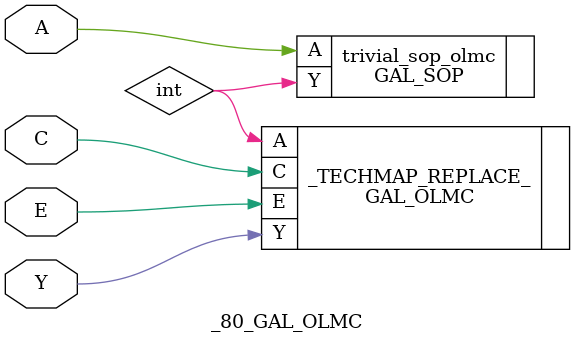
<source format=v>
(* techmap_celltype = "GAL_OLMC" *)
module _80_GAL_OLMC (C, E, A, Y);
	parameter REGISTERED = 0;
	parameter INVERTED = 0;

	input C, E, A;
	inout Y;

	wire int;

	generate
		GAL_OLMC #(
			.REGISTERED(REGISTERED),
			.INVERTED(INVERTED)
		) _TECHMAP_REPLACE_ (
			.C(C),
			.E(E),
			.A(int),
			.Y(Y)
		);

		GAL_SOP #(
			.WIDTH(1),
			.DEPTH(1),
			.TABLE(2'b10)
		) trivial_sop_olmc (
			.A(A),
			.Y(int),
		);
	endgenerate
endmodule

</source>
